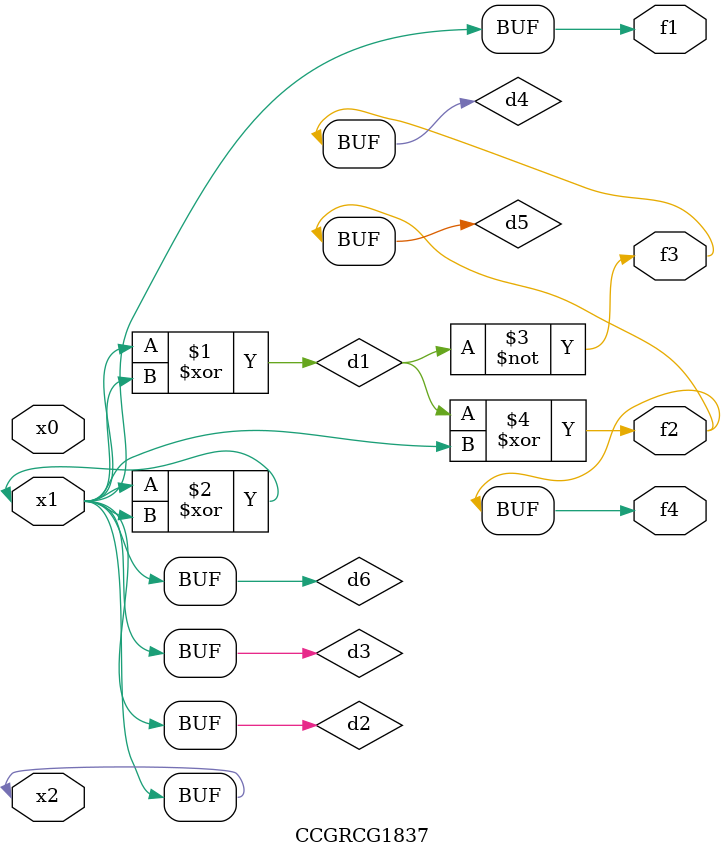
<source format=v>
module CCGRCG1837(
	input x0, x1, x2,
	output f1, f2, f3, f4
);

	wire d1, d2, d3, d4, d5, d6;

	xor (d1, x1, x2);
	buf (d2, x1, x2);
	xor (d3, x1, x2);
	nor (d4, d1);
	xor (d5, d1, d2);
	buf (d6, d2, d3);
	assign f1 = d6;
	assign f2 = d5;
	assign f3 = d4;
	assign f4 = d5;
endmodule

</source>
